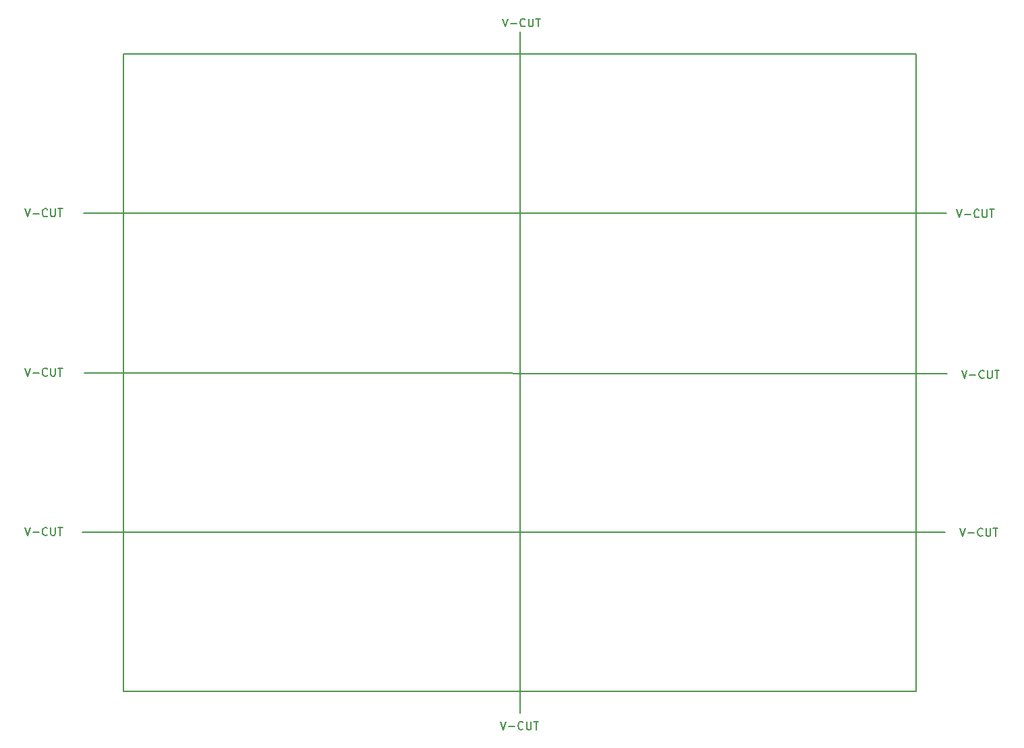
<source format=gbr>
G04 #@! TF.GenerationSoftware,KiCad,Pcbnew,(5.1.4)-1*
G04 #@! TF.CreationDate,2020-10-05T09:55:07+09:00*
G04 #@! TF.ProjectId,minimal-atmega328p,6d696e69-6d61-46c2-9d61-746d65676133,rev?*
G04 #@! TF.SameCoordinates,Original*
G04 #@! TF.FileFunction,Other,ECO2*
%FSLAX46Y46*%
G04 Gerber Fmt 4.6, Leading zero omitted, Abs format (unit mm)*
G04 Created by KiCad (PCBNEW (5.1.4)-1) date 2020-10-05 09:55:07*
%MOMM*%
%LPD*%
G04 APERTURE LIST*
%ADD10C,0.150000*%
G04 APERTURE END LIST*
D10*
X123919037Y-42671860D02*
X124252370Y-43671860D01*
X124585703Y-42671860D01*
X124919037Y-43290908D02*
X125680941Y-43290908D01*
X126728560Y-43576622D02*
X126680941Y-43624241D01*
X126538084Y-43671860D01*
X126442846Y-43671860D01*
X126299989Y-43624241D01*
X126204751Y-43529003D01*
X126157132Y-43433765D01*
X126109513Y-43243289D01*
X126109513Y-43100432D01*
X126157132Y-42909956D01*
X126204751Y-42814718D01*
X126299989Y-42719480D01*
X126442846Y-42671860D01*
X126538084Y-42671860D01*
X126680941Y-42719480D01*
X126728560Y-42767099D01*
X127157132Y-42671860D02*
X127157132Y-43481384D01*
X127204751Y-43576622D01*
X127252370Y-43624241D01*
X127347608Y-43671860D01*
X127538084Y-43671860D01*
X127633322Y-43624241D01*
X127680941Y-43576622D01*
X127728560Y-43481384D01*
X127728560Y-42671860D01*
X128061894Y-42671860D02*
X128633322Y-42671860D01*
X128347608Y-43671860D02*
X128347608Y-42671860D01*
X123669037Y-130921860D02*
X124002370Y-131921860D01*
X124335703Y-130921860D01*
X124669037Y-131540908D02*
X125430941Y-131540908D01*
X126478560Y-131826622D02*
X126430941Y-131874241D01*
X126288084Y-131921860D01*
X126192846Y-131921860D01*
X126049989Y-131874241D01*
X125954751Y-131779003D01*
X125907132Y-131683765D01*
X125859513Y-131493289D01*
X125859513Y-131350432D01*
X125907132Y-131159956D01*
X125954751Y-131064718D01*
X126049989Y-130969480D01*
X126192846Y-130921860D01*
X126288084Y-130921860D01*
X126430941Y-130969480D01*
X126478560Y-131017099D01*
X126907132Y-130921860D02*
X126907132Y-131731384D01*
X126954751Y-131826622D01*
X127002370Y-131874241D01*
X127097608Y-131921860D01*
X127288084Y-131921860D01*
X127383322Y-131874241D01*
X127430941Y-131826622D01*
X127478560Y-131731384D01*
X127478560Y-130921860D01*
X127811894Y-130921860D02*
X128383322Y-130921860D01*
X128097608Y-131921860D02*
X128097608Y-130921860D01*
X126064300Y-44338900D02*
X126064300Y-129838900D01*
X180886057Y-66625180D02*
X181219390Y-67625180D01*
X181552723Y-66625180D01*
X181886057Y-67244228D02*
X182647961Y-67244228D01*
X183695580Y-67529942D02*
X183647961Y-67577561D01*
X183505104Y-67625180D01*
X183409866Y-67625180D01*
X183267009Y-67577561D01*
X183171771Y-67482323D01*
X183124152Y-67387085D01*
X183076533Y-67196609D01*
X183076533Y-67053752D01*
X183124152Y-66863276D01*
X183171771Y-66768038D01*
X183267009Y-66672800D01*
X183409866Y-66625180D01*
X183505104Y-66625180D01*
X183647961Y-66672800D01*
X183695580Y-66720419D01*
X184124152Y-66625180D02*
X184124152Y-67434704D01*
X184171771Y-67529942D01*
X184219390Y-67577561D01*
X184314628Y-67625180D01*
X184505104Y-67625180D01*
X184600342Y-67577561D01*
X184647961Y-67529942D01*
X184695580Y-67434704D01*
X184695580Y-66625180D01*
X185028914Y-66625180D02*
X185600342Y-66625180D01*
X185314628Y-67625180D02*
X185314628Y-66625180D01*
X181523597Y-86833420D02*
X181856930Y-87833420D01*
X182190263Y-86833420D01*
X182523597Y-87452468D02*
X183285501Y-87452468D01*
X184333120Y-87738182D02*
X184285501Y-87785801D01*
X184142644Y-87833420D01*
X184047406Y-87833420D01*
X183904549Y-87785801D01*
X183809311Y-87690563D01*
X183761692Y-87595325D01*
X183714073Y-87404849D01*
X183714073Y-87261992D01*
X183761692Y-87071516D01*
X183809311Y-86976278D01*
X183904549Y-86881040D01*
X184047406Y-86833420D01*
X184142644Y-86833420D01*
X184285501Y-86881040D01*
X184333120Y-86928659D01*
X184761692Y-86833420D02*
X184761692Y-87642944D01*
X184809311Y-87738182D01*
X184856930Y-87785801D01*
X184952168Y-87833420D01*
X185142644Y-87833420D01*
X185237882Y-87785801D01*
X185285501Y-87738182D01*
X185333120Y-87642944D01*
X185333120Y-86833420D01*
X185666454Y-86833420D02*
X186237882Y-86833420D01*
X185952168Y-87833420D02*
X185952168Y-86833420D01*
X181340717Y-106645420D02*
X181674050Y-107645420D01*
X182007383Y-106645420D01*
X182340717Y-107264468D02*
X183102621Y-107264468D01*
X184150240Y-107550182D02*
X184102621Y-107597801D01*
X183959764Y-107645420D01*
X183864526Y-107645420D01*
X183721669Y-107597801D01*
X183626431Y-107502563D01*
X183578812Y-107407325D01*
X183531193Y-107216849D01*
X183531193Y-107073992D01*
X183578812Y-106883516D01*
X183626431Y-106788278D01*
X183721669Y-106693040D01*
X183864526Y-106645420D01*
X183959764Y-106645420D01*
X184102621Y-106693040D01*
X184150240Y-106740659D01*
X184578812Y-106645420D02*
X184578812Y-107454944D01*
X184626431Y-107550182D01*
X184674050Y-107597801D01*
X184769288Y-107645420D01*
X184959764Y-107645420D01*
X185055002Y-107597801D01*
X185102621Y-107550182D01*
X185150240Y-107454944D01*
X185150240Y-106645420D01*
X185483574Y-106645420D02*
X186055002Y-106645420D01*
X185769288Y-107645420D02*
X185769288Y-106645420D01*
X71147940Y-107119420D02*
X179419260Y-107147480D01*
X71440040Y-87177880D02*
X179711360Y-87205940D01*
X175781180Y-47083820D02*
X125781180Y-47083820D01*
X175781180Y-127083820D02*
X175781180Y-47083820D01*
X125781180Y-127083820D02*
X175781180Y-127083820D01*
X63957157Y-106541280D02*
X64290490Y-107541280D01*
X64623823Y-106541280D01*
X64957157Y-107160328D02*
X65719061Y-107160328D01*
X66766680Y-107446042D02*
X66719061Y-107493661D01*
X66576204Y-107541280D01*
X66480966Y-107541280D01*
X66338109Y-107493661D01*
X66242871Y-107398423D01*
X66195252Y-107303185D01*
X66147633Y-107112709D01*
X66147633Y-106969852D01*
X66195252Y-106779376D01*
X66242871Y-106684138D01*
X66338109Y-106588900D01*
X66480966Y-106541280D01*
X66576204Y-106541280D01*
X66719061Y-106588900D01*
X66766680Y-106636519D01*
X67195252Y-106541280D02*
X67195252Y-107350804D01*
X67242871Y-107446042D01*
X67290490Y-107493661D01*
X67385728Y-107541280D01*
X67576204Y-107541280D01*
X67671442Y-107493661D01*
X67719061Y-107446042D01*
X67766680Y-107350804D01*
X67766680Y-106541280D01*
X68100014Y-106541280D02*
X68671442Y-106541280D01*
X68385728Y-107541280D02*
X68385728Y-106541280D01*
X63957157Y-86541280D02*
X64290490Y-87541280D01*
X64623823Y-86541280D01*
X64957157Y-87160328D02*
X65719061Y-87160328D01*
X66766680Y-87446042D02*
X66719061Y-87493661D01*
X66576204Y-87541280D01*
X66480966Y-87541280D01*
X66338109Y-87493661D01*
X66242871Y-87398423D01*
X66195252Y-87303185D01*
X66147633Y-87112709D01*
X66147633Y-86969852D01*
X66195252Y-86779376D01*
X66242871Y-86684138D01*
X66338109Y-86588900D01*
X66480966Y-86541280D01*
X66576204Y-86541280D01*
X66719061Y-86588900D01*
X66766680Y-86636519D01*
X67195252Y-86541280D02*
X67195252Y-87350804D01*
X67242871Y-87446042D01*
X67290490Y-87493661D01*
X67385728Y-87541280D01*
X67576204Y-87541280D01*
X67671442Y-87493661D01*
X67719061Y-87446042D01*
X67766680Y-87350804D01*
X67766680Y-86541280D01*
X68100014Y-86541280D02*
X68671442Y-86541280D01*
X68385728Y-87541280D02*
X68385728Y-86541280D01*
X63957157Y-66541280D02*
X64290490Y-67541280D01*
X64623823Y-66541280D01*
X64957157Y-67160328D02*
X65719061Y-67160328D01*
X66766680Y-67446042D02*
X66719061Y-67493661D01*
X66576204Y-67541280D01*
X66480966Y-67541280D01*
X66338109Y-67493661D01*
X66242871Y-67398423D01*
X66195252Y-67303185D01*
X66147633Y-67112709D01*
X66147633Y-66969852D01*
X66195252Y-66779376D01*
X66242871Y-66684138D01*
X66338109Y-66588900D01*
X66480966Y-66541280D01*
X66576204Y-66541280D01*
X66719061Y-66588900D01*
X66766680Y-66636519D01*
X67195252Y-66541280D02*
X67195252Y-67350804D01*
X67242871Y-67446042D01*
X67290490Y-67493661D01*
X67385728Y-67541280D01*
X67576204Y-67541280D01*
X67671442Y-67493661D01*
X67719061Y-67446042D01*
X67766680Y-67350804D01*
X67766680Y-66541280D01*
X68100014Y-66541280D02*
X68671442Y-66541280D01*
X68385728Y-67541280D02*
X68385728Y-66541280D01*
X71314300Y-67088900D02*
X179585620Y-67116960D01*
X76314300Y-47088900D02*
X76314300Y-127088900D01*
X126314300Y-47088900D02*
X76314300Y-47088900D01*
X76314300Y-127088900D02*
X126314300Y-127088900D01*
M02*

</source>
